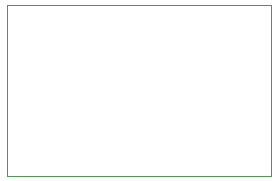
<source format=gm1>
%TF.GenerationSoftware,KiCad,Pcbnew,7.0.5*%
%TF.CreationDate,2024-02-13T10:30:56+02:00*%
%TF.ProjectId,Latch Slow,4c617463-6820-4536-9c6f-772e6b696361,rev?*%
%TF.SameCoordinates,PX7f2c270PY3414850*%
%TF.FileFunction,Profile,NP*%
%FSLAX46Y46*%
G04 Gerber Fmt 4.6, Leading zero omitted, Abs format (unit mm)*
G04 Created by KiCad (PCBNEW 7.0.5) date 2024-02-13 10:30:56*
%MOMM*%
%LPD*%
G01*
G04 APERTURE LIST*
%TA.AperFunction,Profile*%
%ADD10C,0.100000*%
%TD*%
G04 APERTURE END LIST*
D10*
X-11176000Y7366000D02*
X11176000Y7366000D01*
X11176000Y-7112000D01*
X-11176000Y-7112000D01*
X-11176000Y7366000D01*
M02*

</source>
